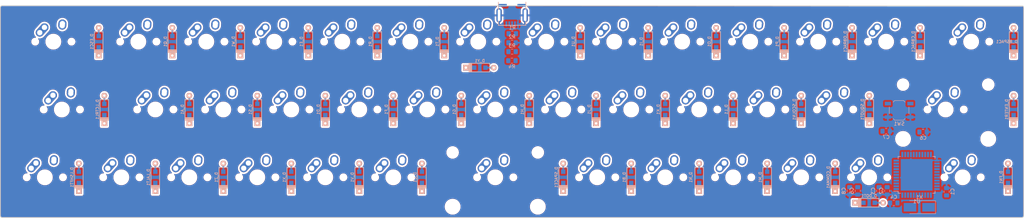
<source format=kicad_pcb>
(kicad_pcb (version 20221018) (generator pcbnew)
  (layers (0 "F.Cu" signal) (31 "B.Cu" signal) (34 "B.Paste" user) (35 "F.Paste" user) (36 "B.SilkS" user "B.Silkscreen") (37 "F.SilkS" user "F.Silkscreen") (38 "B.Mask" user) (39 "F.Mask" user) (44 "Edge.Cuts" user))
  (net 0 "")
  (net 1 "GND")
  (net 2 "Net-(C1-Pad1)")
  (net 3 "Net-(C2-Pad1)")
  (net 4 "VCC")
  (net 5 "Net-(C8-Pad1)")
  (net 6 "Net-(D_A1-Pad2)")
  (net 7 "/Matrix/row1")
  (net 8 "Net-(D_B1-Pad2)")
  (net 9 "/Matrix/row2")
  (net 10 "Net-(D_BSPAC1-Pad2)")
  (net 11 "/Matrix/row0")
  (net 12 "Net-(D_C1-Pad2)")
  (net 13 "Net-(D_CBRAC1-Pad2)")
  (net 14 "Net-(D_COMMA1-Pad2)")
  (net 15 "Net-(D_D1-Pad2)")
  (net 16 "Net-(D_DOT1-Pad2)")
  (net 17 "Net-(D_E1-Pad2)")
  (net 18 "Net-(D_ENTER1-Pad2)")
  (net 19 "Net-(D_ESC1-Pad2)")
  (net 20 "Net-(D_F1-Pad2)")
  (net 21 "Net-(D_FN1-Pad2)")
  (net 22 "Net-(D_G1-Pad2)")
  (net 23 "Net-(D_H1-Pad2)")
  (net 24 "Net-(D_I1-Pad2)")
  (net 25 "Net-(D_J1-Pad2)")
  (net 26 "Net-(D_K1-Pad2)")
  (net 27 "Net-(D_L1-Pad2)")
  (net 28 "Net-(D_LALT1-Pad2)")
  (net 29 "Net-(D_LCTRL1-Pad2)")
  (net 30 "Net-(D_LSHFT1-Pad2)")
  (net 31 "Net-(D_M1-Pad2)")
  (net 32 "Net-(D_N1-Pad2)")
  (net 33 "Net-(D_O1-Pad2)")
  (net 34 "Net-(D_OBRAC1-Pad2)")
  (net 35 "Net-(D_P1-Pad2)")
  (net 36 "Net-(D_Q1-Pad2)")
  (net 37 "Net-(D_R1-Pad2)")
  (net 38 "Net-(D_S1-Pad2)")
  (net 39 "Net-(D_SCOLN1-Pad2)")
  (net 40 "Net-(D_SPACE1-Pad2)")
  (net 41 "Net-(D_SQUOT1-Pad2)")
  (net 42 "Net-(D_T1-Pad2)")
  (net 43 "Net-(D_U1-Pad2)")
  (net 44 "Net-(D_V1-Pad2)")
  (net 45 "Net-(D_W1-Pad2)")
  (net 46 "Net-(D_X1-Pad2)")
  (net 47 "Net-(D_Y1-Pad2)")
  (net 48 "Net-(D_Z1-Pad2)")
  (net 49 "Net-(J1-Pad2)")
  (net 50 "Net-(J1-Pad3)")
  (net 51 "Net-(J1-Pad4)")
  (net 52 "/Matrix/col1")
  (net 53 "/Matrix/col7")
  (net 54 "/Matrix/col13")
  (net 55 "/Matrix/col4")
  (net 56 "/Matrix/col12")
  (net 57 "/Matrix/col10")
  (net 58 "/Matrix/col3")
  (net 59 "/Matrix/col11")
  (net 60 "/Matrix/col0")
  (net 61 "/Matrix/col5")
  (net 62 "/Matrix/col6")
  (net 63 "/Matrix/col8")
  (net 64 "/Matrix/col9")
  (net 65 "/Matrix/col2")
  (net 66 "Net-(R1-Pad1)")
  (net 67 "Net-(R2-Pad2)")
  (net 68 "Net-(R3-Pad1)")
  (net 69 "Net-(R4-Pad1)")
  (net 70 "Net-(U1-Pad1)")
  (net 71 "Net-(U1-Pad7)")
  (net 72 "/col5")
  (net 73 "/col6")
  (net 74 "/col7")
  (net 75 "/col8")
  (net 76 "Net-(U1-Pad12)")
  (net 77 "/row0")
  (net 78 "/row1")
  (net 79 "/row2")
  (net 80 "Net-(U1-Pad21)")
  (net 81 "Net-(U1-Pad22)")
  (net 82 "Net-(U1-Pad25)")
  (net 83 "Net-(U1-Pad26)")
  (net 84 "Net-(U1-Pad27)")
  (net 85 "/col9")
  (net 86 "/col10")
  (net 87 "/col11")
  (net 88 "/col12")
  (net 89 "/col13")
  (net 90 "Net-(U1-Pad34)")
  (net 91 "Net-(U1-Pad35)")
  (net 92 "Net-(U1-Pad36)")
  (net 93 "/col4")
  (net 94 "/col3")
  (net 95 "/col2")
  (net 96 "/col1")
  (net 97 "/col0")
  (net 98 "Net-(U1-Pad42)")
  (net 99 "Net-(U1-Pad43)")
  (net 100 "Net-(U1-Pad44)")
  (footprint "MX_Alps_Hybrid:MX-1U-NoLED" (layer "F.Cu") (at 66.675 57.15)
    (fp_text reference "K_A1")
    (fp_text value "KEYSW")
  )
  (footprint "MX_Alps_Hybrid:MX-1U-NoLED" (layer "F.Cu") (at 190.5 76.2)
    (fp_text reference "K_B1")
    (fp_text value "KEYSW")
  )
  (footprint "MX_Alps_Hybrid:MX-1.5U-NoLED" (layer "F.Cu") (at 295.275 38.1)
    (fp_text reference "K_BSPAC1")
    (fp_text value "KEYSW")
  )
  (footprint "MX_Alps_Hybrid:MX-1U-NoLED" (layer "F.Cu") (at 133.35 76.2)
    (fp_text reference "K_C1")
    (fp_text value "KEYSW")
  )
  (footprint "MX_Alps_Hybrid:MX-1U-NoLED" (layer "F.Cu") (at 271.4625 38.1)
    (fp_text reference "K_CBRAC1")
    (fp_text value "KEYSW")
  )
  (footprint "MX_Alps_Hybrid:MX-1U-NoLED" (layer "F.Cu") (at 247.65 76.2)
    (fp_text reference "K_COMMA1")
    (fp_text value "KEYSW")
  )
  (footprint "MX_Alps_Hybrid:MX-1U-NoLED" (layer "F.Cu") (at 104.775 57.15)
    (fp_text reference "K_D1")
    (fp_text value "KEYSW")
  )
  (footprint "MX_Alps_Hybrid:MX-1U-NoLED" (layer "F.Cu") (at 266.7 76.2)
    (fp_text reference "K_DOT1")
    (fp_text value "KEYSW")
  )
  (footprint "MX_Alps_Hybrid:MX-1U-NoLED" (layer "F.Cu") (at 100.0125 38.1)
    (fp_text reference "K_E1")
    (fp_text value "KEYSW")
  )
  (footprint "MX_Alps_Hybrid:MX-2.25U-NoLED" (layer "F.Cu") (at 288.14 57.15)
    (fp_text reference "K_ENTER1")
    (fp_text value "KEYSW")
  )
  (footprint "MX_Alps_Hybrid:MX-1.5U-NoLED" (layer "F.Cu") (at 38.1 38.1)
    (fp_text reference "K_ESC1")
    (fp_text value "KEYSW")
  )
  (footprint "MX_Alps_Hybrid:MX-1U-NoLED" (layer "F.Cu") (at 123.825 57.15)
    (fp_text reference "K_F1")
    (fp_text value "KEYSW")
  )
  (footprint "MX_Alps_Hybrid:MX-1.75U-NoLED" (layer "F.Cu") (at 292.89375 76.2)
    (fp_text reference "K_FN1")
    (fp_text value "KEYSW")
  )
  (footprint "MX_Alps_Hybrid:MX-1U-NoLED" (layer "F.Cu") (at 142.875 57.15)
    (fp_text reference "K_G1")
    (fp_text value "KEYSW")
  )
  (footprint "MX_Alps_Hybrid:MX-1U-NoLED" (layer "F.Cu") (at 161.925 57.15)
    (fp_text reference "K_H1")
    (fp_text value "KEYSW")
  )
  (footprint "MX_Alps_Hybrid:MX-1U-NoLED" (layer "F.Cu") (at 195.2625 38.1)
    (fp_text reference "K_I1")
    (fp_text value "KEYSW")
  )
  (footprint "MX_Alps_Hybrid:MX-1U-NoLED" (layer "F.Cu") (at 180.975 57.15)
    (fp_text reference "K_J1")
    (fp_text value "KEYSW")
  )
  (footprint "MX_Alps_Hybrid:MX-1U-NoLED" (layer "F.Cu") (at 200.025 57.15)
    (fp_text reference "K_K1")
    (fp_text value "KEYSW")
  )
  (footprint "MX_Alps_Hybrid:MX-1U-NoLED" (layer "F.Cu") (at 219.075 57.15)
    (fp_text reference "K_L1")
    (fp_text value "KEYSW")
  )
  (footprint "MX_Alps_Hybrid:MX-1U-NoLED" (layer "F.Cu") (at 57.15 76.2)
    (fp_text reference "K_LALT1")
    (fp_text value "KEYSW")
  )
  (footprint "MX_Alps_Hybrid:MX-1.75U-NoLED" (layer "F.Cu") (at 40.48 57.16)
    (fp_text reference "K_LCTRL1")
    (fp_text value "KEYSW")
  )
  (footprint "MX_Alps_Hybrid:MX-1.25U-NoLED" (layer "F.Cu") (at 35.71875 76.2)
    (fp_text reference "K_LSHFT1")
    (fp_text value "KEYSW")
  )
  (footprint "MX_Alps_Hybrid:MX-1U-NoLED" (layer "F.Cu") (at 228.6 76.2)
    (fp_text reference "K_M1")
    (fp_text value "KEYSW")
  )
  (footprint "MX_Alps_Hybrid:MX-1U-NoLED" (layer "F.Cu") (at 209.55 76.2)
    (fp_text reference "K_N1")
    (fp_text value "KEYSW")
  )
  (footprint "MX_Alps_Hybrid:MX-1U-NoLED" (layer "F.Cu") (at 214.3125 38.1)
    (fp_text reference "K_O1")
    (fp_text value "KEYSW")
  )
  (footprint "MX_Alps_Hybrid:MX-1U-NoLED" (layer "F.Cu") (at 252.4125 38.1)
    (fp_text reference "K_OBRAC1")
    (fp_text value "KEYSW")
  )
  (footprint "MX_Alps_Hybrid:MX-1U-NoLED" (layer "F.Cu") (at 233.3625 38.1)
    (fp_text reference "K_P1")
    (fp_text value "KEYSW")
  )
  (footprint "MX_Alps_Hybrid:MX-1U-NoLED" (layer "F.Cu") (at 61.9125 38.1)
    (fp_text reference "K_Q1")
    (fp_text value "KEYSW")
  )
  (footprint "MX_Alps_Hybrid:MX-1U-NoLED" (layer "F.Cu") (at 119.0625 38.1)
    (fp_text reference "K_R1")
    (fp_text value "KEYSW")
  )
  (footprint "MX_Alps_Hybrid:MX-1U-NoLED" (layer "F.Cu") (at 85.725 57.15)
    (fp_text reference "K_S1")
    (fp_text value "KEYSW")
  )
  (footprint "MX_Alps_Hybrid:MX-1U-NoLED" (layer "F.Cu") (at 238.125 57.15)
    (fp_text reference "K_SCOLN1")
    (fp_text value "KEYSW")
  )
  (footprint "MX_Alps_Hybrid:MX-2U-NoLED" (layer "F.Cu") (at 161.925 76.2)
    (fp_text reference "K_SPACE1")
    (fp_text value "KEYSW")
  )
  (footprint "MX_Alps_Hybrid:MX-1U-NoLED" (layer "F.Cu") (at 257.175 57.15)
    (fp_text reference "K_SQUOT1")
    (fp_text value "KEYSW")
  )
  (footprint "MX_Alps_Hybrid:MX-1U-NoLED" (layer "F.Cu") (at 138.1125 38.1)
    (fp_text reference "K_T1")
    (fp_text value "KEYSW")
  )
  (footprint "MX_Alps_Hybrid:MX-1U-NoLED" (layer "F.Cu") (at 176.2125 38.1)
    (fp_text reference "K_U1")
    (fp_text value "KEYSW")
  )
  (footprint "MX_Alps_Hybrid:MX-1U-NoLED" (layer "F.Cu") (at 114.3 76.2)
    (fp_text reference "K_V1")
    (fp_text value "KEYSW")
  )
  (footprint "MX_Alps_Hybrid:MX-1U-NoLED" (layer "F.Cu") (at 80.9625 38.1)
    (fp_text reference "K_W1")
    (fp_text value "KEYSW")
  )
  (footprint "MX_Alps_Hybrid:MX-1U-NoLED" (layer "F.Cu") (at 95.25 76.2)
    (fp_text reference "K_X1")
    (fp_text value "KEYSW")
  )
  (footprint "MX_Alps_Hybrid:MX-1U-NoLED" (layer "F.Cu") (at 157.1625 38.1)
    (fp_text reference "K_Y1")
    (fp_text value "KEYSW")
  )
  (footprint "MX_Alps_Hybrid:MX-1U-NoLED" (layer "F.Cu") (at 76.2 76.2)
    (fp_text reference "K_Z1")
    (fp_text value "KEYSW")
  )
  (footprint "Capacitor_SMD:C_0805_2012Metric_Pad1.15x1.40mm_HandSolder" (layer "B.Cu") (at 288.4 80.25 90)
    (fp_text reference "C1")
    (fp_text value "22pF")
  )
  (footprint "Capacitor_SMD:C_0805_2012Metric_Pad1.15x1.40mm_HandSolder" (layer "B.Cu") (at 271.75 80 -90)
    (fp_text reference "C2")
    (fp_text value "22pF")
  )
  (footprint "Capacitor_SMD:C_0805_2012Metric_Pad1.15x1.40mm_HandSolder" (layer "B.Cu") (at 269.5 80 -90)
    (fp_text reference "C3")
    (fp_text value "0.1u")
  )
  (footprint "Capacitor_SMD:C_0805_2012Metric_Pad1.15x1.40mm_HandSolder" (layer "B.Cu") (at 273.6 83.4 180)
    (fp_text reference "C4")
    (fp_text value "0.1u")
  )
  (footprint "Capacitor_SMD:C_0805_2012Metric_Pad1.15x1.40mm_HandSolder" (layer "B.Cu") (at 263.5 80 -90)
    (fp_text reference "C5")
    (fp_text value "0.1u")
  )
  (footprint "Capacitor_SMD:C_0805_2012Metric_Pad1.15x1.40mm_HandSolder" (layer "B.Cu") (at 281.82 63.47)
    (fp_text reference "C6")
    (fp_text value "0.1u")
  )
  (footprint "Capacitor_SMD:C_0805_2012Metric_Pad1.15x1.40mm_HandSolder" (layer "B.Cu") (at 271.475 63.24)
    (fp_text reference "C7")
    (fp_text value "4.7u")
  )
  (footprint "Capacitor_SMD:C_0805_2012Metric_Pad1.15x1.40mm_HandSolder" (layer "B.Cu") (at 261.25 80 -90)
    (fp_text reference "C8")
    (fp_text value "1u")
  )
  (footprint "keyboard_parts:D_SOD123_axial" (layer "B.Cu") (at 76.2 57.15 90)
    (fp_text reference "D_A1")
    (fp_text value "D" hide)
  )
  (footprint "keyboard_parts:D_SOD123_axial" (layer "B.Cu") (at 200.025 76.2 90)
    (fp_text reference "D_B1")
    (fp_text value "D" hide)
  )
  (footprint "keyboard_parts:D_SOD123_axial" (layer "B.Cu") (at 307.18125 38.1 90)
    (fp_text reference "D_BSPAC1")
    (fp_text value "D" hide)
  )
  (footprint "keyboard_parts:D_SOD123_axial" (layer "B.Cu") (at 141.38125 76.2 90)
    (fp_text reference "D_C1")
    (fp_text value "D" hide)
  )
  (footprint "keyboard_parts:D_SOD123_axial" (layer "B.Cu") (at 280.9875 38.1 90)
    (fp_text reference "D_CBRAC1")
    (fp_text value "D" hide)
  )
  (footprint "keyboard_parts:D_SOD123_axial" (layer "B.Cu") (at 257.175 76.2 90)
    (fp_text reference "D_COMMA1")
    (fp_text value "D" hide)
  )
  (footprint "keyboard_parts:D_SOD123_axial" (layer "B.Cu") (at 114.3 57.15 90)
    (fp_text reference "D_D1")
    (fp_text value "D" hide)
  )
  (footprint "keyboard_parts:D_SOD123_axial" (layer "B.Cu") (at 266.7 83.34375)
    (fp_text reference "D_DOT1")
    (fp_text value "D" hide)
  )
  (footprint "keyboard_parts:D_SOD123_axial" (layer "B.Cu") (at 109.5375 38.1 90)
    (fp_text reference "D_E1")
    (fp_text value "D" hide)
  )
  (footprint "keyboard_parts:D_SOD123_axial" (layer "B.Cu") (at 307.18125 57.15 90)
    (fp_text reference "D_ENTER1")
    (fp_text value "D" hide)
  )
  (footprint "keyboard_parts:D_SOD123_axial" (layer "B.Cu") (at 50.8125 38.1 90)
    (fp_text reference "D_ESC1")
    (fp_text value "D" hide)
  )
  (footprint "keyboard_parts:D_SOD123_axial" (layer "B.Cu") (at 133.35 57.15 90)
    (fp_text reference "D_F1")
    (fp_text value "D" hide)
  )
  (footprint "keyboard_parts:D_SOD123_axial" (layer "B.Cu") (at 305.60625 76.2 90)
    (fp_text reference "D_FN1")
    (fp_text value "D" hide)
  )
  (footprint "keyboard_parts:D_SOD123_axial" (layer "B.Cu") (at 152.4 57.15 90)
    (fp_text reference "D_G1")
    (fp_text value "D" hide)
  )
  (footprint "keyboard_parts:D_SOD123_axial" (layer "B.Cu") (at 171.45 57.15 90)
    (fp_text reference "D_H1")
    (fp_text value "D" hide)
  )
  (footprint "keyboard_parts:D_SOD123_axial" (layer "B.Cu") (at 204.7875 38.1 90)
    (fp_text reference "D_I1")
    (fp_text value "D" hide)
  )
  (footprint "keyboard_parts:D_SOD123_axial" (layer "B.Cu") (at 190.18125 57.15 90)
    (fp_text reference "D_J1")
    (fp_text value "D" hide)
  )
  (footprint "keyboard_parts:D_SOD123_axial" (layer "B.Cu") (at 209.55 57.15 90)
    (fp_text reference "D_K1")
    (fp_text value "D" hide)
  )
  (footprint "keyboard_parts:D_SOD123_axial" (layer "B.Cu") (at 228.6 57.15 90)
    (fp_text reference "D_L1")
    (fp_text value "D" hide)
  )
  (footprint "keyboard_parts:D_SOD123_axial" (layer "B.Cu") (at 66.675 76.2 90)
    (fp_text reference "D_LALT1")
    (fp_text value "D" hide)
  )
  (footprint "keyboard_parts:D_SOD123_axial" (layer "B.Cu") (at 52.3875 57.15 90)
    (fp_text reference "D_LCTRL1")
    (fp_text value "D" hide)
  )
  (footprint "keyboard_parts:D_SOD123_axial" (layer "B.Cu") (at 45.24375 76.2 90)
    (fp_text reference "D_LSHFT1")
    (fp_text value "D" hide)
  )
  (footprint "keyboard_parts:D_SOD123_axial" (layer "B.Cu") (at 238.125 76.2 90)
    (fp_text reference "D_M1")
    (fp_text value "D" hide)
  )
  (footprint "keyboard_parts:D_SOD123_axial" (layer "B.Cu") (at 219.075 76.2 90)
    (fp_text reference "D_N1")
    (fp_text value "D" hide)
  )
  (footprint "keyboard_parts:D_SOD123_axial" (layer "B.Cu") (at 223.8375 38.1 90)
    (fp_text reference "D_O1")
    (fp_text value "D" hide)
  )
  (footprint "keyboard_parts:D_SOD123_axial" (layer "B.Cu") (at 261.9375 38.1 90)
    (fp_text reference "D_OBRAC1")
    (fp_text value "D" hide)
  )
  (footprint "keyboard_parts:D_SOD123_axial" (layer "B.Cu") (at 242.8875 38.1 90)
    (fp_text reference "D_P1")
    (fp_text value "D" hide)
  )
  (footprint "keyboard_parts:D_SOD123_axial" (layer "B.Cu") (at 71.4375 38.1 90)
    (fp_text reference "D_Q1")
    (fp_text value "D" hide)
  )
  (footprint "keyboard_parts:D_SOD123_axial" (layer "B.Cu") (at 128.87 38.1 90)
    (fp_text reference "D_R1")
    (fp_text value "D" hide)
  )
  (footprint "keyboard_parts:D_SOD123_axial" (layer "B.Cu") (at 95.25 57.15 90)
    (fp_text reference "D_S1")
    (fp_text value "D" hide)
  )
  (footprint "keyboard_parts:D_SOD123_axial" (layer "B.Cu") (at 247.65 57.15 90)
    (fp_text reference "D_SCOLN1")
    (fp_text value "D" hide)
  )
  (footprint "keyboard_parts:D_SOD123_axial" (layer "B.Cu") (at 180.975 76.2 90)
    (fp_text reference "D_SPACE1")
    (fp_text value "D" hide)
  )
  (footprint "keyboard_parts:D_SOD123_axial" (layer "B.Cu") (at 266.74 57.15 90)
    (fp_text reference "D_SQUOT1")
    (fp_text value "D" hide)
  )
  (footprint "keyboard_parts:D_SOD123_axial" (layer "B.Cu") (at 147.6375 38.1 90)
    (fp_text reference "D_T1")
    (fp_text value "D" hide)
  )
  (footprint "keyboard_parts:D_SOD123_axial" (layer "B.Cu") (at 185.7375 38.1 90)
    (fp_text reference "D_U1")
    (fp_text value "D" hide)
  )
  (footprint "keyboard_parts:D_SOD123_axial" (layer "B.Cu") (at 123.825 76.2 90)
    (fp_text reference "D_V1")
    (fp_text value "D" hide)
  )
  (footprint "keyboard_parts:D_SOD123_axial" (layer "B.Cu") (at 90.4875 38.1 90)
    (fp_text reference "D_W1")
    (fp_text value "D" hide)
  )
  (footprint "keyboard_parts:D_SOD123_axial" (layer "B.Cu") (at 104.775 76.2 90)
    (fp_text reference "D_X1")
    (fp_text value "D" hide)
  )
  (footprint "keyboard_parts:D_SOD123_axial" (layer "B.Cu") (at 157.6 45.4)
    (fp_text reference "D_Y1")
    (fp_text value "D" hide)
  )
  (footprint "keyboard_parts:D_SOD123_axial" (layer "B.Cu") (at 85.725 76.2 90)
    (fp_text reference "D_Z1")
    (fp_text value "D" hide)
  )
  (footprint "keyboard_parts:USB_miniB_hirose_5S8" (layer "B.Cu") (at 166.65 33.1)
    (fp_text reference "J1" hide)
    (fp_text value "USB_mini_micro_B" hide)
  )
  (footprint "Resistor_SMD:R_0805_2012Metric_Pad1.15x1.40mm_HandSolder" (layer "B.Cu") (at 166.7 35.85 180)
    (fp_text reference "R1")
    (fp_text value "10k")
  )
  (footprint "Resistor_SMD:R_0805_2012Metric_Pad1.15x1.40mm_HandSolder" (layer "B.Cu") (at 166.65 38.4 180)
    (fp_text reference "R2")
    (fp_text value "10k")
  )
  (footprint "Resistor_SMD:R_0805_2012Metric_Pad1.15x1.40mm_HandSolder" (layer "B.Cu") (at 166.65 40.9 180)
    (fp_text reference "R3")
    (fp_text value "22")
  )
  (footprint "Resistor_SMD:R_0805_2012Metric_Pad1.15x1.40mm_HandSolder" (layer "B.Cu") (at 166.6 43.45)
    (fp_text reference "R4")
    (fp_text value "22")
  )
  (footprint "Button_Switch_SMD:SW_SPST_TL3342" (layer "B.Cu") (at 275.1 57.4)
    (fp_text reference "SW1")
    (fp_text value "SW_PUSH")
  )
  (footprint "Package_QFP:TQFP-44_10x10mm_P0.8mm" (layer "B.Cu") (at 280 75.5)
    (fp_text reference "U1")
    (fp_text value "ATMEGA32U4")
  )
  (footprint "Crystal:Crystal_SMD_5032-2Pin_5.0x3.2mm_HandSoldering" (layer "B.Cu") (at 280.75 84.6 180)
    (fp_text reference "X1")
    (fp_text value "XTAL_GND")
  )
  (gr_line (start 309.5 28) (end 23.75 28) (stroke (width 0.2)) (layer "Edge.Cuts"))
  (gr_line (start 23.25 28.5) (end 23.25 87) (stroke (width 0.2)) (layer "Edge.Cuts"))
  (gr_arc (start 309.5 28) (mid 309.853553 28.146447) (end 310 28.5) (stroke (width 0.2)) (layer "Edge.Cuts"))
  (gr_line (start 23.75 87.5) (end 309.5 87.5) (stroke (width 0.2)) (layer "Edge.Cuts"))
  (gr_line (start 310 28.5) (end 310 87) (stroke (width 0.2)) (layer "Edge.Cuts"))
  (gr_arc (start 23.75 87.5) (mid 23.396447 87.353553) (end 23.25 87) (stroke (width 0.2)) (layer "Edge.Cuts"))
  (gr_arc (start 23.25 28.5) (mid 23.396447 28.146447) (end 23.75 28) (stroke (width 0.2)) (layer "Edge.Cuts"))
  (gr_arc (start 310 87) (mid 309.853553 87.353553) (end 309.5 87.5) (stroke (width 0.2)) (layer "Edge.Cuts"))
  (zone (net 1) (net_name "GND") (layer "F.Cu") (connect_pads (clearance 0.508)) (min_thickness 0.254) (fill yes (thermal_gap 0.508) (thermal_bridge_width 0.508))
    (polygon (pts (xy 310 28) (xy 310 87.5) (xy 23.25 87.5) (xy 23.25 28) (xy 310 28.25)))
  )
  (zone (net 1) (net_name "GND") (layer "B.Cu") (connect_pads (clearance 0.508)) (min_thickness 0.254) (fill yes (thermal_gap 0.508) (thermal_bridge_width 0.508))
    (polygon (pts (xy 310 28.25) (xy 310 87.5) (xy 23.25 87.5) (xy 23.25 28)))
  )
)
</source>
